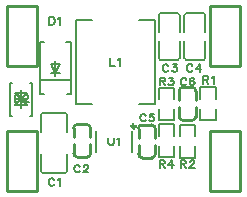
<source format=gto>
G04 Layer: TopSilkscreenLayer*
G04 EasyEDA Pro v2.2.37.7, 2025-06-16 05:36:05*
G04 Gerber Generator version 0.3*
G04 Scale: 100 percent, Rotated: No, Reflected: No*
G04 Dimensions in millimeters*
G04 Leading zeros omitted, absolute positions, 4 integers and 5 decimals*
%FSLAX45Y45*%
%MOMM*%
%ADD10C,0.1524*%
%ADD11C,0.254*%
%ADD12C,0.15199*%
%ADD13C,0.127*%
%ADD14C,0.15001*%
%ADD15C,0.3033*%
%ADD16C,0.3*%
G75*


G04 Text Start*
G54D10*
G01X3914902Y-1737360D02*
G01X3911854Y-1731010D01*
G01X3905504Y-1724914D01*
G01X3899408Y-1721866D01*
G01X3886962Y-1721866D01*
G01X3880866Y-1724914D01*
G01X3874516Y-1731010D01*
G01X3871468Y-1737360D01*
G01X3868420Y-1746504D01*
G01X3868420Y-1761998D01*
G01X3871468Y-1771396D01*
G01X3874516Y-1777492D01*
G01X3880866Y-1783842D01*
G01X3886962Y-1786890D01*
G01X3899408Y-1786890D01*
G01X3905504Y-1783842D01*
G01X3911854Y-1777492D01*
G01X3914902Y-1771396D01*
G01X3945128Y-1734312D02*
G01X3951224Y-1731010D01*
G01X3960368Y-1721866D01*
G01X3960368Y-1786890D01*
G01X4130802Y-1623060D02*
G01X4127754Y-1616710D01*
G01X4121404Y-1610614D01*
G01X4115308Y-1607566D01*
G01X4102862Y-1607566D01*
G01X4096766Y-1610614D01*
G01X4090416Y-1616710D01*
G01X4087368Y-1623060D01*
G01X4084320Y-1632204D01*
G01X4084320Y-1647698D01*
G01X4087368Y-1657096D01*
G01X4090416Y-1663192D01*
G01X4096766Y-1669542D01*
G01X4102862Y-1672590D01*
G01X4115308Y-1672590D01*
G01X4121404Y-1669542D01*
G01X4127754Y-1663192D01*
G01X4130802Y-1657096D01*
G01X4164076Y-1623060D02*
G01X4164076Y-1620012D01*
G01X4167124Y-1613662D01*
G01X4170172Y-1610614D01*
G01X4176268Y-1607566D01*
G01X4188714Y-1607566D01*
G01X4195064Y-1610614D01*
G01X4198112Y-1613662D01*
G01X4201160Y-1620012D01*
G01X4201160Y-1626108D01*
G01X4198112Y-1632204D01*
G01X4191762Y-1641602D01*
G01X4161028Y-1672590D01*
G01X4204208Y-1672590D01*
G01X4880102Y-772160D02*
G01X4877054Y-765810D01*
G01X4870704Y-759714D01*
G01X4864608Y-756666D01*
G01X4852162Y-756666D01*
G01X4846066Y-759714D01*
G01X4839716Y-765810D01*
G01X4836668Y-772160D01*
G01X4833620Y-781304D01*
G01X4833620Y-796798D01*
G01X4836668Y-806196D01*
G01X4839716Y-812292D01*
G01X4846066Y-818642D01*
G01X4852162Y-821690D01*
G01X4864608Y-821690D01*
G01X4870704Y-818642D01*
G01X4877054Y-812292D01*
G01X4880102Y-806196D01*
G01X4916424Y-756666D02*
G01X4950460Y-756666D01*
G01X4931918Y-781304D01*
G01X4941062Y-781304D01*
G01X4947412Y-784352D01*
G01X4950460Y-787654D01*
G01X4953508Y-796798D01*
G01X4953508Y-803148D01*
G01X4950460Y-812292D01*
G01X4944364Y-818642D01*
G01X4934966Y-821690D01*
G01X4925568Y-821690D01*
G01X4916424Y-818642D01*
G01X4913376Y-815340D01*
G01X4910328Y-809244D01*
G01X5084064Y-771398D02*
G01X5081016Y-765048D01*
G01X5074666Y-758952D01*
G01X5068570Y-755904D01*
G01X5056124Y-755904D01*
G01X5050028Y-758952D01*
G01X5043678Y-765048D01*
G01X5040630Y-771398D01*
G01X5037582Y-780542D01*
G01X5037582Y-796036D01*
G01X5040630Y-805434D01*
G01X5043678Y-811530D01*
G01X5050028Y-817880D01*
G01X5056124Y-820928D01*
G01X5068570Y-820928D01*
G01X5074666Y-817880D01*
G01X5081016Y-811530D01*
G01X5084064Y-805434D01*
G01X5145024Y-755904D02*
G01X5114290Y-799084D01*
G01X5160518Y-799084D01*
G01X5145024Y-755904D02*
G01X5145024Y-820928D01*
G01X4689602Y-1191260D02*
G01X4686554Y-1184910D01*
G01X4680204Y-1178814D01*
G01X4674108Y-1175766D01*
G01X4661662Y-1175766D01*
G01X4655566Y-1178814D01*
G01X4649216Y-1184910D01*
G01X4646168Y-1191260D01*
G01X4643120Y-1200404D01*
G01X4643120Y-1215898D01*
G01X4646168Y-1225296D01*
G01X4649216Y-1231392D01*
G01X4655566Y-1237742D01*
G01X4661662Y-1240790D01*
G01X4674108Y-1240790D01*
G01X4680204Y-1237742D01*
G01X4686554Y-1231392D01*
G01X4689602Y-1225296D01*
G01X4756912Y-1175766D02*
G01X4725924Y-1175766D01*
G01X4722876Y-1203452D01*
G01X4725924Y-1200404D01*
G01X4735068Y-1197356D01*
G01X4744466Y-1197356D01*
G01X4753864Y-1200404D01*
G01X4759960Y-1206754D01*
G01X4763008Y-1215898D01*
G01X4763008Y-1222248D01*
G01X4759960Y-1231392D01*
G01X4753864Y-1237742D01*
G01X4744466Y-1240790D01*
G01X4735068Y-1240790D01*
G01X4725924Y-1237742D01*
G01X4722876Y-1234440D01*
G01X4719828Y-1228344D01*
G01X5032502Y-886460D02*
G01X5029454Y-880110D01*
G01X5023104Y-874014D01*
G01X5017008Y-870966D01*
G01X5004562Y-870966D01*
G01X4998466Y-874014D01*
G01X4992116Y-880110D01*
G01X4989068Y-886460D01*
G01X4986020Y-895604D01*
G01X4986020Y-911098D01*
G01X4989068Y-920496D01*
G01X4992116Y-926592D01*
G01X4998466Y-932942D01*
G01X5004562Y-935990D01*
G01X5017008Y-935990D01*
G01X5023104Y-932942D01*
G01X5029454Y-926592D01*
G01X5032502Y-920496D01*
G01X5099812Y-880110D02*
G01X5096764Y-874014D01*
G01X5087366Y-870966D01*
G01X5081270Y-870966D01*
G01X5071872Y-874014D01*
G01X5065776Y-883412D01*
G01X5062728Y-898652D01*
G01X5062728Y-914146D01*
G01X5065776Y-926592D01*
G01X5071872Y-932942D01*
G01X5081270Y-935990D01*
G01X5084318Y-935990D01*
G01X5093462Y-932942D01*
G01X5099812Y-926592D01*
G01X5102860Y-917448D01*
G01X5102860Y-914146D01*
G01X5099812Y-905002D01*
G01X5093462Y-898652D01*
G01X5084318Y-895604D01*
G01X5081270Y-895604D01*
G01X5071872Y-898652D01*
G01X5065776Y-905002D01*
G01X5062728Y-914146D01*
G01X3873500Y-357886D02*
G01X3873500Y-422910D01*
G01X3873500Y-357886D02*
G01X3895090Y-357886D01*
G01X3904488Y-360934D01*
G01X3910584Y-367030D01*
G01X3913632Y-373380D01*
G01X3916934Y-382524D01*
G01X3916934Y-398018D01*
G01X3913632Y-407416D01*
G01X3910584Y-413512D01*
G01X3904488Y-419862D01*
G01X3895090Y-422910D01*
G01X3873500Y-422910D01*
G01X3947160Y-370332D02*
G01X3953256Y-367030D01*
G01X3962400Y-357886D01*
G01X3962400Y-422910D01*
G01X3580130Y-1014476D02*
G01X3580130Y-1079500D01*
G01X3580130Y-1014476D02*
G01X3601720Y-1014476D01*
G01X3611118Y-1017524D01*
G01X3617214Y-1023620D01*
G01X3620262Y-1029970D01*
G01X3623564Y-1039114D01*
G01X3623564Y-1054608D01*
G01X3620262Y-1064006D01*
G01X3617214Y-1070102D01*
G01X3611118Y-1076452D01*
G01X3601720Y-1079500D01*
G01X3580130Y-1079500D01*
G01X3656838Y-1029970D02*
G01X3656838Y-1026922D01*
G01X3659886Y-1020572D01*
G01X3662934Y-1017524D01*
G01X3669030Y-1014476D01*
G01X3681476Y-1014476D01*
G01X3687826Y-1017524D01*
G01X3690874Y-1020572D01*
G01X3693922Y-1026922D01*
G01X3693922Y-1033018D01*
G01X3690874Y-1039114D01*
G01X3684524Y-1048512D01*
G01X3653790Y-1079500D01*
G01X3696970Y-1079500D01*
G01X4389120Y-705866D02*
G01X4389120Y-770890D01*
G01X4389120Y-770890D02*
G01X4426204Y-770890D01*
G01X4456430Y-718312D02*
G01X4462526Y-715010D01*
G01X4471670Y-705866D01*
G01X4471670Y-770890D01*
G01X5176520Y-858266D02*
G01X5176520Y-923290D01*
G01X5176520Y-858266D02*
G01X5204460Y-858266D01*
G01X5213604Y-861314D01*
G01X5216652Y-864362D01*
G01X5219954Y-870712D01*
G01X5219954Y-876808D01*
G01X5216652Y-882904D01*
G01X5213604Y-885952D01*
G01X5204460Y-889254D01*
G01X5176520Y-889254D01*
G01X5198110Y-889254D02*
G01X5219954Y-923290D01*
G01X5250180Y-870712D02*
G01X5256276Y-867410D01*
G01X5265420Y-858266D01*
G01X5265420Y-923290D01*
G01X4986020Y-1569466D02*
G01X4986020Y-1634490D01*
G01X4986020Y-1569466D02*
G01X5013960Y-1569466D01*
G01X5023104Y-1572514D01*
G01X5026152Y-1575562D01*
G01X5029454Y-1581912D01*
G01X5029454Y-1588008D01*
G01X5026152Y-1594104D01*
G01X5023104Y-1597152D01*
G01X5013960Y-1600454D01*
G01X4986020Y-1600454D01*
G01X5007610Y-1600454D02*
G01X5029454Y-1634490D01*
G01X5062728Y-1584960D02*
G01X5062728Y-1581912D01*
G01X5065776Y-1575562D01*
G01X5068824Y-1572514D01*
G01X5074920Y-1569466D01*
G01X5087366Y-1569466D01*
G01X5093716Y-1572514D01*
G01X5096764Y-1575562D01*
G01X5099812Y-1581912D01*
G01X5099812Y-1588008D01*
G01X5096764Y-1594104D01*
G01X5090414Y-1603502D01*
G01X5059680Y-1634490D01*
G01X5102860Y-1634490D01*
G01X4808220Y-870966D02*
G01X4808220Y-935990D01*
G01X4808220Y-870966D02*
G01X4836160Y-870966D01*
G01X4845304Y-874014D01*
G01X4848352Y-877062D01*
G01X4851654Y-883412D01*
G01X4851654Y-889508D01*
G01X4848352Y-895604D01*
G01X4845304Y-898652D01*
G01X4836160Y-901954D01*
G01X4808220Y-901954D01*
G01X4829810Y-901954D02*
G01X4851654Y-935990D01*
G01X4887976Y-870966D02*
G01X4922012Y-870966D01*
G01X4903470Y-895604D01*
G01X4912614Y-895604D01*
G01X4918964Y-898652D01*
G01X4922012Y-901954D01*
G01X4925060Y-911098D01*
G01X4925060Y-917448D01*
G01X4922012Y-926592D01*
G01X4915916Y-932942D01*
G01X4906518Y-935990D01*
G01X4897120Y-935990D01*
G01X4887976Y-932942D01*
G01X4884928Y-929640D01*
G01X4881880Y-923544D01*
G01X4808220Y-1569466D02*
G01X4808220Y-1634490D01*
G01X4808220Y-1569466D02*
G01X4836160Y-1569466D01*
G01X4845304Y-1572514D01*
G01X4848352Y-1575562D01*
G01X4851654Y-1581912D01*
G01X4851654Y-1588008D01*
G01X4848352Y-1594104D01*
G01X4845304Y-1597152D01*
G01X4836160Y-1600454D01*
G01X4808220Y-1600454D01*
G01X4829810Y-1600454D02*
G01X4851654Y-1634490D01*
G01X4912614Y-1569466D02*
G01X4881880Y-1612646D01*
G01X4928108Y-1612646D01*
G01X4912614Y-1569466D02*
G01X4912614Y-1634490D01*
G01X4373880Y-1378966D02*
G01X4373880Y-1425448D01*
G01X4376928Y-1434592D01*
G01X4383278Y-1440942D01*
G01X4392422Y-1443990D01*
G01X4398772Y-1443990D01*
G01X4407916Y-1440942D01*
G01X4414012Y-1434592D01*
G01X4417314Y-1425448D01*
G01X4417314Y-1378966D01*
G01X4447540Y-1391412D02*
G01X4453636Y-1388110D01*
G01X4462780Y-1378966D01*
G01X4462780Y-1443990D01*
G04 Text End*

G04 PolygonModel Start*
G01X3802339Y-1181280D02*
G01X3802339Y-1329779D01*
G01X4020861Y-1329779D02*
G01X4020861Y-1181280D01*
G01X4005621Y-1166040D02*
G01X3817579Y-1166040D01*
G01X3802339Y-1663520D02*
G01X3802339Y-1515021D01*
G01X4020861Y-1515021D02*
G01X4020861Y-1663520D01*
G01X4005621Y-1678760D02*
G01X3817579Y-1678760D01*
G01X4020861Y-1181280D02*
G03X4005621Y-1166040I-15240J0D01*
G01X3817579Y-1166040D02*
G03X3802339Y-1181280I0J-15240D01*
G01X4020861Y-1663520D02*
G02X4005621Y-1678760I-15240J0D01*
G01X3817579Y-1678760D02*
G02X3802339Y-1663520I0J15240D01*
G54D11*
G01X4221014Y-1433032D02*
G01X4221014Y-1513030D01*
G01X4221060Y-1376987D02*
G01X4221060Y-1296990D01*
G01X4079046Y-1433032D02*
G01X4079046Y-1513030D01*
G01X4079094Y-1376987D02*
G01X4079094Y-1296990D01*
G01X4190031Y-1544005D02*
G01X4110026Y-1544005D01*
G01X4110079Y-1266012D02*
G01X4190082Y-1266012D01*
G01X4079094Y-1296995D02*
G02X4110079Y-1266012I30983J0D01*
G01X4190077Y-1266012D02*
G02X4221060Y-1296995I0J-30983D01*
G01X4221014Y-1513025D02*
G02X4190031Y-1544005I-30983J3D01*
G01X4110034Y-1544005D02*
G02X4079046Y-1513025I-5J30983D01*
G54D10*
G01X4978260Y-703420D02*
G01X4978260Y-562419D01*
G01X4797539Y-562419D02*
G01X4797539Y-703420D01*
G01X4812779Y-718660D02*
G01X4963020Y-718660D01*
G01X4978260Y-341180D02*
G01X4978260Y-482181D01*
G01X4797539Y-482181D02*
G01X4797539Y-341180D01*
G01X4812779Y-325940D02*
G01X4963020Y-325940D01*
G01X4797539Y-703420D02*
G03X4812779Y-718660I15240J0D01*
G01X4963020Y-718660D02*
G03X4978260Y-703420I0J15240D01*
G01X4797539Y-341180D02*
G02X4812779Y-325940I15240J0D01*
G01X4963020Y-325940D02*
G02X4978260Y-341180I0J-15240D01*
G01X5194160Y-703420D02*
G01X5194160Y-562419D01*
G01X5013439Y-562419D02*
G01X5013439Y-703420D01*
G01X5028679Y-718660D02*
G01X5178920Y-718660D01*
G01X5194160Y-341180D02*
G01X5194160Y-482181D01*
G01X5013439Y-482181D02*
G01X5013439Y-341180D01*
G01X5028679Y-325940D02*
G01X5178920Y-325940D01*
G01X5013439Y-703420D02*
G03X5028679Y-718660I15240J0D01*
G01X5178920Y-718660D02*
G03X5194160Y-703420I0J15240D01*
G01X5013439Y-341180D02*
G02X5028679Y-325940I15240J0D01*
G01X5178920Y-325940D02*
G02X5194160Y-341180I0J-15240D01*
G54D11*
G01X4628043Y-1381681D02*
G01X4628043Y-1301684D01*
G01X4627997Y-1437726D02*
G01X4627997Y-1517724D01*
G01X4770011Y-1381681D02*
G01X4770011Y-1301684D01*
G01X4769963Y-1437726D02*
G01X4769963Y-1517724D01*
G01X4659025Y-1270709D02*
G01X4739030Y-1270709D01*
G01X4738977Y-1548701D02*
G01X4658975Y-1548701D01*
G01X4769963Y-1517719D02*
G02X4738977Y-1548701I-30983J0D01*
G01X4658980Y-1548701D02*
G02X4627997Y-1517719I0J30983D01*
G01X4628043Y-1301689D02*
G02X4659025Y-1270709I30983J-3D01*
G01X4739023Y-1270709D02*
G02X4770011Y-1301689I5J-30983D01*
G01X5112857Y-1120219D02*
G01X5112857Y-1200216D01*
G01X5112903Y-1064174D02*
G01X5112903Y-984176D01*
G01X4970889Y-1120219D02*
G01X4970889Y-1200216D01*
G01X4970937Y-1064174D02*
G01X4970937Y-984176D01*
G01X5081875Y-1231191D02*
G01X5001870Y-1231191D01*
G01X5001923Y-953198D02*
G01X5081925Y-953198D01*
G01X4970937Y-984181D02*
G02X5001923Y-953198I30983J0D01*
G01X5081920Y-953198D02*
G02X5112903Y-984181I0J-30983D01*
G01X5112857Y-1200211D02*
G02X5081875Y-1231191I-30983J3D01*
G01X5001877Y-1231191D02*
G02X4970889Y-1200211I-5J30983D01*
G54D12*
G01X4051899Y-888101D02*
G01X3792200Y-888101D01*
G54D13*
G01X3923299Y-732262D02*
G01X3923299Y-859262D01*
G01X3923299Y-757662D02*
G01X3885199Y-757662D01*
G01X3885199Y-757662D02*
G01X3923299Y-833862D01*
G01X3923299Y-833862D02*
G01X3885199Y-833862D01*
G01X3923299Y-757662D02*
G01X3961399Y-757662D01*
G01X3961399Y-757662D02*
G01X3923299Y-833862D01*
G01X3923299Y-833862D02*
G01X3961399Y-833862D01*
G54D12*
G01X3826401Y-570413D02*
G01X3793401Y-570413D01*
G01X3793401Y-570413D02*
G01X3793401Y-1005111D01*
G01X3793401Y-1005111D02*
G01X3824501Y-1005111D01*
G01X4017300Y-571414D02*
G01X4053101Y-571414D01*
G01X4053101Y-571414D02*
G01X4053101Y-1006013D01*
G01X4053101Y-1006013D02*
G01X4021999Y-1006013D01*
G54D10*
G01X3705598Y-1191781D02*
G01X3724897Y-1191781D01*
G01X3539749Y-1192276D02*
G01X3559048Y-1192276D01*
G01X3539579Y-916478D02*
G01X3558878Y-916478D01*
G54D14*
G01X3633846Y-1054100D02*
G01X3583046Y-1104900D01*
G01X3583046Y-1104900D02*
G01X3684646Y-1104900D01*
G01X3633846Y-1054100D02*
G01X3684646Y-1104900D01*
G01X3659246Y-1054100D02*
G01X3608446Y-1054100D01*
G01X3633846Y-1054100D02*
G01X3684646Y-1003300D01*
G01X3684646Y-1003300D02*
G01X3583046Y-1003300D01*
G01X3633846Y-1054100D02*
G01X3583046Y-1003300D01*
G01X3583046Y-1054100D02*
G01X3684646Y-1054100D01*
G01X3633846Y-1130300D02*
G01X3633846Y-977900D01*
G54D10*
G01X3724821Y-1191722D02*
G01X3724821Y-916478D01*
G01X3539579Y-1191722D02*
G01X3539579Y-916478D01*
G01X3724821Y-916478D02*
G01X3705522Y-916478D01*
G54D11*
G01X3517900Y-774700D02*
G01X3517900Y-266700D01*
G01X3771900Y-266700D01*
G01X3771900Y-774700D01*
G01X3517900Y-774700D01*
G01X5232400Y-774700D02*
G01X5232400Y-266700D01*
G01X5486400Y-266700D01*
G01X5486400Y-774700D01*
G01X5232400Y-774700D01*
G01X3517900Y-1828800D02*
G01X3517900Y-1320800D01*
G01X3771900Y-1320800D01*
G01X3771900Y-1828800D01*
G01X3517900Y-1828800D01*
G01X5232400Y-1828800D02*
G01X5232400Y-1320800D01*
G01X5486400Y-1320800D01*
G01X5486400Y-1828800D01*
G01X5232400Y-1828800D01*
G54D10*
G01X4236060Y-1094219D02*
G01X4094681Y-1094219D01*
G01X4094681Y-1094219D02*
G01X4094681Y-378981D01*
G01X4094681Y-378981D02*
G01X4236060Y-378981D01*
G01X4628540Y-1094219D02*
G01X4769919Y-1094219D01*
G01X4769919Y-1094219D02*
G01X4769919Y-378981D01*
G01X4769919Y-378981D02*
G01X4628540Y-378981D01*
G01X5284897Y-1048715D02*
G01X5284897Y-952828D01*
G01X5284897Y-952828D02*
G01X5152776Y-952828D01*
G01X5152776Y-952828D02*
G01X5152776Y-1048715D01*
G01X5284897Y-1133958D02*
G01X5284897Y-1229845D01*
G01X5284897Y-1229845D02*
G01X5152776Y-1229845D01*
G01X5152776Y-1229845D02*
G01X5152776Y-1133958D01*
G01X5107960Y-1367079D02*
G01X5107960Y-1271191D01*
G01X5107960Y-1271191D02*
G01X4975840Y-1271191D01*
G01X4975840Y-1271191D02*
G01X4975840Y-1367079D01*
G01X5107960Y-1452321D02*
G01X5107960Y-1548209D01*
G01X5107960Y-1548209D02*
G01X4975840Y-1548209D01*
G01X4975840Y-1548209D02*
G01X4975840Y-1452321D01*
G01X4930160Y-1051306D02*
G01X4930160Y-955418D01*
G01X4930160Y-955418D02*
G01X4798040Y-955418D01*
G01X4798040Y-955418D02*
G01X4798040Y-1051306D01*
G01X4930160Y-1136548D02*
G01X4930160Y-1232436D01*
G01X4930160Y-1232436D02*
G01X4798040Y-1232436D01*
G01X4798040Y-1232436D02*
G01X4798040Y-1136548D01*
G01X4931282Y-1362403D02*
G01X4931282Y-1266515D01*
G01X4931282Y-1266515D02*
G01X4799161Y-1266515D01*
G01X4799161Y-1266515D02*
G01X4799161Y-1362403D01*
G01X4931282Y-1447645D02*
G01X4931282Y-1543533D01*
G01X4931282Y-1543533D02*
G01X4799161Y-1543533D01*
G01X4799161Y-1543533D02*
G01X4799161Y-1447645D01*
G01X4265681Y-1323320D02*
G01X4265681Y-1501160D01*
G01X4573519Y-1323320D02*
G01X4573519Y-1501160D01*

G04 Circle Start*
G54D16*
G01X4571416Y-1282090D02*
G03X4601439Y-1282090I15011J0D01*
G03X4571416Y-1282090I-15011J0D01*
G04 Circle End*

M02*


</source>
